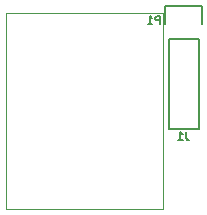
<source format=gbo>
G04 #@! TF.FileFunction,Legend,Bot*
%FSLAX46Y46*%
G04 Gerber Fmt 4.6, Leading zero omitted, Abs format (unit mm)*
G04 Created by KiCad (PCBNEW 4.0.4-1.fc24-product) date Thu Jun 14 15:20:10 2018*
%MOMM*%
%LPD*%
G01*
G04 APERTURE LIST*
%ADD10C,0.100000*%
%ADD11C,0.150000*%
%ADD12C,0.120000*%
G04 APERTURE END LIST*
D10*
D11*
X145770000Y-84870000D02*
X145770000Y-92490000D01*
X143230000Y-84870000D02*
X143230000Y-92490000D01*
X142950000Y-82050000D02*
X142950000Y-83600000D01*
X145770000Y-92490000D02*
X143230000Y-92490000D01*
X143230000Y-84870000D02*
X145770000Y-84870000D01*
X146050000Y-83600000D02*
X146050000Y-82050000D01*
X146050000Y-82050000D02*
X142950000Y-82050000D01*
D12*
X142750000Y-99260000D02*
X142750000Y-82640000D01*
X129440000Y-99260000D02*
X129440000Y-82640000D01*
X142750000Y-99260000D02*
X129440000Y-99260000D01*
X142750000Y-82640000D02*
X129440000Y-82640000D01*
D11*
X144733333Y-92696667D02*
X144733333Y-93196667D01*
X144766667Y-93296667D01*
X144833333Y-93363333D01*
X144933333Y-93396667D01*
X145000000Y-93396667D01*
X144033334Y-93396667D02*
X144433334Y-93396667D01*
X144233334Y-93396667D02*
X144233334Y-92696667D01*
X144300000Y-92796667D01*
X144366667Y-92863333D01*
X144433334Y-92896667D01*
X142516666Y-83616667D02*
X142516666Y-82916667D01*
X142250000Y-82916667D01*
X142183333Y-82950000D01*
X142150000Y-82983333D01*
X142116666Y-83050000D01*
X142116666Y-83150000D01*
X142150000Y-83216667D01*
X142183333Y-83250000D01*
X142250000Y-83283333D01*
X142516666Y-83283333D01*
X141450000Y-83616667D02*
X141850000Y-83616667D01*
X141650000Y-83616667D02*
X141650000Y-82916667D01*
X141716666Y-83016667D01*
X141783333Y-83083333D01*
X141850000Y-83116667D01*
M02*

</source>
